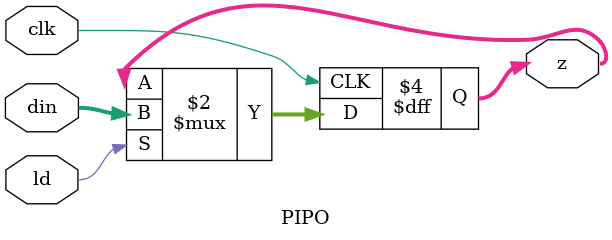
<source format=v>
`timescale 1ns / 1ps
module PIPO(z,din,ld,clk);
input [31:0] din;
input ld,clk;
output reg [31:0] z;
always@(posedge clk)
if(ld) z<=din;
endmodule


</source>
